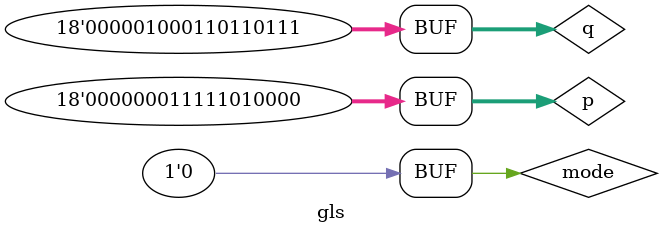
<source format=v>
module gls;
reg [17:0] p, q;
reg mode;
wire [18:0] sum;

adder u1(
p,q,mode,sum
);

initial
begin
mode=0;
	     p = 10; q = 16;
	#20; p = 50; q = 34; 
	#20; p = 110; q = 45;
	#20; p = 2000; q = 4535;

end

initial 
begin
	$dumpfile("add_syn.vcd");
	$dumpvars(0, gls);
	$monitor("time = %2d, p = %d, q = %d, sum = %d", $time, p, q, sum);
end

endmodule
</source>
